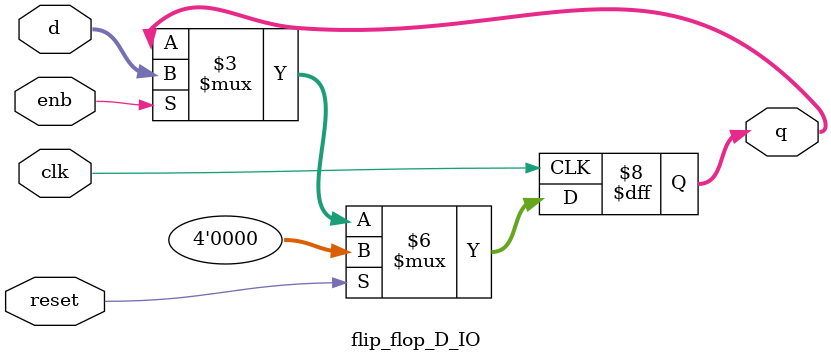
<source format=sv>
module flip_flop_D_IO	
	#(parameter N = 4)
	(input logic clk, reset, enb, input logic [N-1:0] d, output logic [N-1:0] q);
	
	always_ff @(posedge clk)
		begin
		if (reset) q <= 'b0;
		else 
			begin
			if (enb) q <= d;
			else q <= q;
			end		
		end

endmodule

</source>
